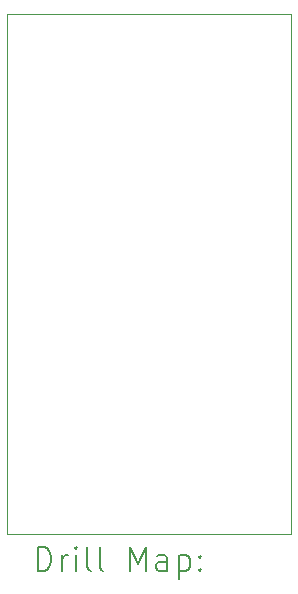
<source format=gbr>
%TF.GenerationSoftware,KiCad,Pcbnew,8.0.2-1*%
%TF.CreationDate,2024-09-09T15:17:27+01:00*%
%TF.ProjectId,test_module_2,74657374-5f6d-46f6-9475-6c655f322e6b,rev?*%
%TF.SameCoordinates,Original*%
%TF.FileFunction,Drillmap*%
%TF.FilePolarity,Positive*%
%FSLAX45Y45*%
G04 Gerber Fmt 4.5, Leading zero omitted, Abs format (unit mm)*
G04 Created by KiCad (PCBNEW 8.0.2-1) date 2024-09-09 15:17:27*
%MOMM*%
%LPD*%
G01*
G04 APERTURE LIST*
%ADD10C,0.050000*%
%ADD11C,0.200000*%
G04 APERTURE END LIST*
D10*
X12800000Y-8800000D02*
X15200000Y-8800000D01*
X15200000Y-13200000D01*
X12800000Y-13200000D01*
X12800000Y-8800000D01*
D11*
X13058277Y-13513984D02*
X13058277Y-13313984D01*
X13058277Y-13313984D02*
X13105896Y-13313984D01*
X13105896Y-13313984D02*
X13134467Y-13323508D01*
X13134467Y-13323508D02*
X13153515Y-13342555D01*
X13153515Y-13342555D02*
X13163039Y-13361603D01*
X13163039Y-13361603D02*
X13172562Y-13399698D01*
X13172562Y-13399698D02*
X13172562Y-13428269D01*
X13172562Y-13428269D02*
X13163039Y-13466365D01*
X13163039Y-13466365D02*
X13153515Y-13485412D01*
X13153515Y-13485412D02*
X13134467Y-13504460D01*
X13134467Y-13504460D02*
X13105896Y-13513984D01*
X13105896Y-13513984D02*
X13058277Y-13513984D01*
X13258277Y-13513984D02*
X13258277Y-13380650D01*
X13258277Y-13418746D02*
X13267801Y-13399698D01*
X13267801Y-13399698D02*
X13277324Y-13390174D01*
X13277324Y-13390174D02*
X13296372Y-13380650D01*
X13296372Y-13380650D02*
X13315420Y-13380650D01*
X13382086Y-13513984D02*
X13382086Y-13380650D01*
X13382086Y-13313984D02*
X13372562Y-13323508D01*
X13372562Y-13323508D02*
X13382086Y-13333031D01*
X13382086Y-13333031D02*
X13391610Y-13323508D01*
X13391610Y-13323508D02*
X13382086Y-13313984D01*
X13382086Y-13313984D02*
X13382086Y-13333031D01*
X13505896Y-13513984D02*
X13486848Y-13504460D01*
X13486848Y-13504460D02*
X13477324Y-13485412D01*
X13477324Y-13485412D02*
X13477324Y-13313984D01*
X13610658Y-13513984D02*
X13591610Y-13504460D01*
X13591610Y-13504460D02*
X13582086Y-13485412D01*
X13582086Y-13485412D02*
X13582086Y-13313984D01*
X13839229Y-13513984D02*
X13839229Y-13313984D01*
X13839229Y-13313984D02*
X13905896Y-13456841D01*
X13905896Y-13456841D02*
X13972562Y-13313984D01*
X13972562Y-13313984D02*
X13972562Y-13513984D01*
X14153515Y-13513984D02*
X14153515Y-13409222D01*
X14153515Y-13409222D02*
X14143991Y-13390174D01*
X14143991Y-13390174D02*
X14124943Y-13380650D01*
X14124943Y-13380650D02*
X14086848Y-13380650D01*
X14086848Y-13380650D02*
X14067801Y-13390174D01*
X14153515Y-13504460D02*
X14134467Y-13513984D01*
X14134467Y-13513984D02*
X14086848Y-13513984D01*
X14086848Y-13513984D02*
X14067801Y-13504460D01*
X14067801Y-13504460D02*
X14058277Y-13485412D01*
X14058277Y-13485412D02*
X14058277Y-13466365D01*
X14058277Y-13466365D02*
X14067801Y-13447317D01*
X14067801Y-13447317D02*
X14086848Y-13437793D01*
X14086848Y-13437793D02*
X14134467Y-13437793D01*
X14134467Y-13437793D02*
X14153515Y-13428269D01*
X14248753Y-13380650D02*
X14248753Y-13580650D01*
X14248753Y-13390174D02*
X14267801Y-13380650D01*
X14267801Y-13380650D02*
X14305896Y-13380650D01*
X14305896Y-13380650D02*
X14324943Y-13390174D01*
X14324943Y-13390174D02*
X14334467Y-13399698D01*
X14334467Y-13399698D02*
X14343991Y-13418746D01*
X14343991Y-13418746D02*
X14343991Y-13475888D01*
X14343991Y-13475888D02*
X14334467Y-13494936D01*
X14334467Y-13494936D02*
X14324943Y-13504460D01*
X14324943Y-13504460D02*
X14305896Y-13513984D01*
X14305896Y-13513984D02*
X14267801Y-13513984D01*
X14267801Y-13513984D02*
X14248753Y-13504460D01*
X14429705Y-13494936D02*
X14439229Y-13504460D01*
X14439229Y-13504460D02*
X14429705Y-13513984D01*
X14429705Y-13513984D02*
X14420182Y-13504460D01*
X14420182Y-13504460D02*
X14429705Y-13494936D01*
X14429705Y-13494936D02*
X14429705Y-13513984D01*
X14429705Y-13390174D02*
X14439229Y-13399698D01*
X14439229Y-13399698D02*
X14429705Y-13409222D01*
X14429705Y-13409222D02*
X14420182Y-13399698D01*
X14420182Y-13399698D02*
X14429705Y-13390174D01*
X14429705Y-13390174D02*
X14429705Y-13409222D01*
M02*

</source>
